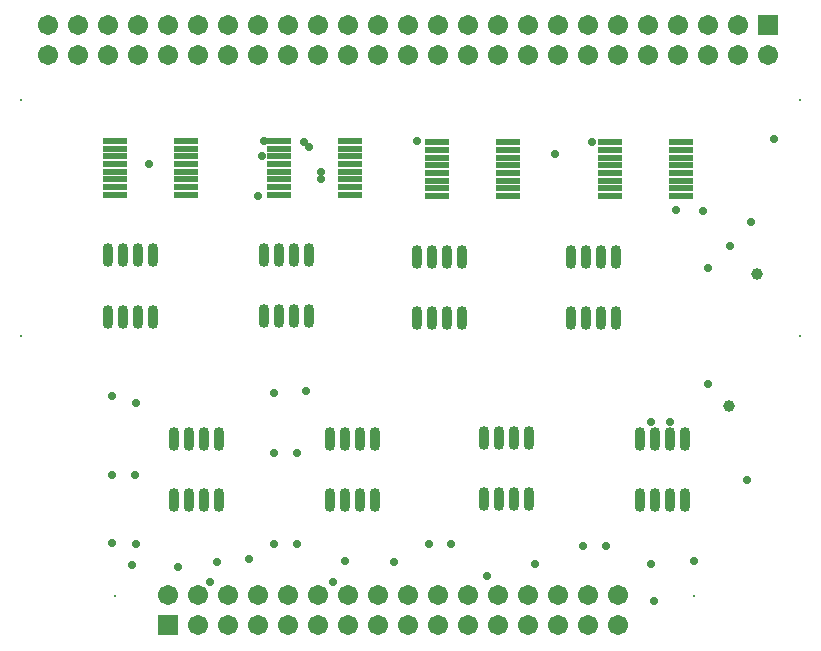
<source format=gbs>
G04 Layer_Color=16711935*
%FSLAX25Y25*%
%MOIN*%
G70*
G01*
G75*
%ADD48R,0.06706X0.06706*%
%ADD49C,0.06706*%
%ADD50R,0.00800X0.00800*%
%ADD51C,0.02768*%
%ADD52C,0.03950*%
%ADD53R,0.07900X0.02400*%
%ADD54O,0.03556X0.07887*%
G54D48*
X200000Y200000D02*
D03*
X0Y0D02*
D03*
G54D49*
X200000Y190000D02*
D03*
X190000Y200000D02*
D03*
Y190000D02*
D03*
X180000Y200000D02*
D03*
Y190000D02*
D03*
X170000Y200000D02*
D03*
Y190000D02*
D03*
X160000Y200000D02*
D03*
Y190000D02*
D03*
X150000Y200000D02*
D03*
X140000Y190000D02*
D03*
X130000Y200000D02*
D03*
Y190000D02*
D03*
X120000Y200000D02*
D03*
Y190000D02*
D03*
X110000Y200000D02*
D03*
Y190000D02*
D03*
X100000Y200000D02*
D03*
Y190000D02*
D03*
X90000Y200000D02*
D03*
Y190000D02*
D03*
X80000Y200000D02*
D03*
Y190000D02*
D03*
X70000Y200000D02*
D03*
Y190000D02*
D03*
X60000Y200000D02*
D03*
Y190000D02*
D03*
X50000Y200000D02*
D03*
Y190000D02*
D03*
X40000Y200000D02*
D03*
Y190000D02*
D03*
X30000Y200000D02*
D03*
Y190000D02*
D03*
X20000Y200000D02*
D03*
Y190000D02*
D03*
X10000Y200000D02*
D03*
Y190000D02*
D03*
X0Y200000D02*
D03*
Y190000D02*
D03*
X-10000Y200000D02*
D03*
Y190000D02*
D03*
X-20000Y200000D02*
D03*
Y190000D02*
D03*
X-30000Y200000D02*
D03*
Y190000D02*
D03*
X-40000Y200000D02*
D03*
Y190000D02*
D03*
X140000Y200000D02*
D03*
X150000Y190000D02*
D03*
Y10000D02*
D03*
Y0D02*
D03*
X140000Y10000D02*
D03*
Y0D02*
D03*
X130000Y10000D02*
D03*
Y0D02*
D03*
X120000Y10000D02*
D03*
Y0D02*
D03*
X110000Y10000D02*
D03*
Y0D02*
D03*
X100000Y10000D02*
D03*
Y0D02*
D03*
X90000Y10000D02*
D03*
Y0D02*
D03*
X80000Y10000D02*
D03*
Y0D02*
D03*
X70000Y10000D02*
D03*
Y0D02*
D03*
X60000Y10000D02*
D03*
Y0D02*
D03*
X50000Y10000D02*
D03*
Y0D02*
D03*
X40000Y10000D02*
D03*
Y0D02*
D03*
X30000Y10000D02*
D03*
Y0D02*
D03*
X20000Y10000D02*
D03*
Y0D02*
D03*
X10000Y10000D02*
D03*
Y0D02*
D03*
X0Y10000D02*
D03*
G54D50*
X175433Y9921D02*
D03*
X-17480D02*
D03*
X210866Y96535D02*
D03*
X-48976D02*
D03*
Y175276D02*
D03*
X210866D02*
D03*
G54D51*
X180000Y119000D02*
D03*
Y80500D02*
D03*
X31500Y156500D02*
D03*
X55000Y14500D02*
D03*
X59000Y21500D02*
D03*
X75500Y21000D02*
D03*
X106500Y16500D02*
D03*
X122500Y20500D02*
D03*
X162000Y8000D02*
D03*
X175500Y21500D02*
D03*
X161000Y20500D02*
D03*
X146000Y26500D02*
D03*
X138500D02*
D03*
X94500Y27000D02*
D03*
X87000D02*
D03*
X43000D02*
D03*
Y57500D02*
D03*
X46000Y78000D02*
D03*
X35500Y77500D02*
D03*
Y57500D02*
D03*
Y27000D02*
D03*
X27000Y22000D02*
D03*
X16500Y21000D02*
D03*
X14000Y14500D02*
D03*
X3500Y19500D02*
D03*
X-10500Y27000D02*
D03*
X-11000Y50000D02*
D03*
X-10500Y74000D02*
D03*
X-12000Y20000D02*
D03*
X-18500Y27500D02*
D03*
Y50000D02*
D03*
Y76500D02*
D03*
X-6177Y153823D02*
D03*
X30000Y143000D02*
D03*
X194500Y134500D02*
D03*
X202000Y162000D02*
D03*
X129000Y157000D02*
D03*
X161000Y67827D02*
D03*
X167500D02*
D03*
X193000Y48500D02*
D03*
X178500Y138000D02*
D03*
X169500Y138500D02*
D03*
X187500Y126500D02*
D03*
X141500Y161000D02*
D03*
X83000Y161500D02*
D03*
X51000Y151225D02*
D03*
Y148657D02*
D03*
X47153Y159347D02*
D03*
X45337Y161163D02*
D03*
X32000Y161500D02*
D03*
G54D52*
X187000Y73000D02*
D03*
X196500Y117000D02*
D03*
G54D53*
X37189Y161457D02*
D03*
X37189Y158898D02*
D03*
X37189Y151221D02*
D03*
Y143543D02*
D03*
X60811D02*
D03*
Y146102D02*
D03*
Y153779D02*
D03*
Y161457D02*
D03*
Y158898D02*
D03*
Y156339D02*
D03*
Y151221D02*
D03*
Y148661D02*
D03*
X37189D02*
D03*
Y146102D02*
D03*
Y156339D02*
D03*
Y153779D02*
D03*
X89878Y161000D02*
D03*
X89878Y158441D02*
D03*
X89878Y150764D02*
D03*
Y143087D02*
D03*
X113500D02*
D03*
Y145646D02*
D03*
Y153323D02*
D03*
Y161000D02*
D03*
Y158441D02*
D03*
Y155882D02*
D03*
Y150764D02*
D03*
Y148205D02*
D03*
X89878D02*
D03*
Y145646D02*
D03*
Y155882D02*
D03*
Y153323D02*
D03*
X-17622Y161500D02*
D03*
X-17622Y158941D02*
D03*
X-17622Y151264D02*
D03*
Y143587D02*
D03*
X6000D02*
D03*
Y146146D02*
D03*
Y153823D02*
D03*
Y161500D02*
D03*
Y158941D02*
D03*
Y156382D02*
D03*
Y151264D02*
D03*
Y148705D02*
D03*
X-17622D02*
D03*
Y146146D02*
D03*
Y156382D02*
D03*
Y153823D02*
D03*
X147378Y161000D02*
D03*
X147378Y158441D02*
D03*
X147378Y150764D02*
D03*
Y143087D02*
D03*
X171000D02*
D03*
Y145646D02*
D03*
Y153323D02*
D03*
Y161000D02*
D03*
Y150764D02*
D03*
Y148205D02*
D03*
Y158441D02*
D03*
Y155882D02*
D03*
X147378Y148205D02*
D03*
Y145646D02*
D03*
Y155882D02*
D03*
Y153323D02*
D03*
G54D54*
X-5000Y102847D02*
D03*
X-10000D02*
D03*
X-15000D02*
D03*
X-20000D02*
D03*
X-5000Y123319D02*
D03*
X-10000D02*
D03*
X-15000D02*
D03*
X-20000D02*
D03*
X17000Y41827D02*
D03*
X12000D02*
D03*
X7000D02*
D03*
X2000D02*
D03*
X17000Y62299D02*
D03*
X12000D02*
D03*
X7000D02*
D03*
X2000D02*
D03*
X47000Y103000D02*
D03*
X42000D02*
D03*
X37000D02*
D03*
X32000D02*
D03*
X47000Y123472D02*
D03*
X42000D02*
D03*
X37000D02*
D03*
X32000D02*
D03*
X69000Y41827D02*
D03*
X64000D02*
D03*
X59000D02*
D03*
X54000D02*
D03*
X69000Y62299D02*
D03*
X64000D02*
D03*
X59000D02*
D03*
X54000D02*
D03*
X98000Y102500D02*
D03*
X93000D02*
D03*
X88000D02*
D03*
X83000D02*
D03*
X98000Y122972D02*
D03*
X93000D02*
D03*
X88000D02*
D03*
X83000D02*
D03*
X120500Y42000D02*
D03*
X115500D02*
D03*
X110500D02*
D03*
X105500D02*
D03*
X120500Y62472D02*
D03*
X115500D02*
D03*
X110500D02*
D03*
X105500D02*
D03*
X149500Y102500D02*
D03*
X144500D02*
D03*
X139500D02*
D03*
X134500D02*
D03*
X149500Y122972D02*
D03*
X144500D02*
D03*
X139500D02*
D03*
X134500D02*
D03*
X172500Y41827D02*
D03*
X167500D02*
D03*
X162500D02*
D03*
X157500D02*
D03*
X172500Y62299D02*
D03*
X167500D02*
D03*
X162500D02*
D03*
X157500D02*
D03*
M02*

</source>
